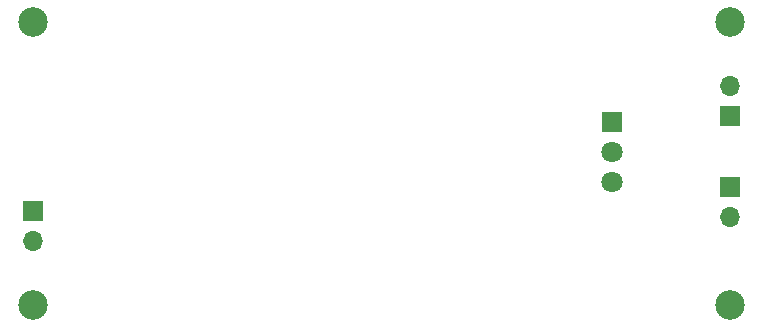
<source format=gbr>
%TF.GenerationSoftware,KiCad,Pcbnew,6.0.8-f2edbf62ab~116~ubuntu22.04.1*%
%TF.CreationDate,2022-10-16T01:51:03-07:00*%
%TF.ProjectId,bracelet-pcb,62726163-656c-4657-942d-7063622e6b69,rev?*%
%TF.SameCoordinates,Original*%
%TF.FileFunction,Soldermask,Bot*%
%TF.FilePolarity,Negative*%
%FSLAX46Y46*%
G04 Gerber Fmt 4.6, Leading zero omitted, Abs format (unit mm)*
G04 Created by KiCad (PCBNEW 6.0.8-f2edbf62ab~116~ubuntu22.04.1) date 2022-10-16 01:51:03*
%MOMM*%
%LPD*%
G01*
G04 APERTURE LIST*
%ADD10C,2.500000*%
%ADD11O,1.700000X1.700000*%
%ADD12R,1.700000X1.700000*%
%ADD13R,1.800000X1.800000*%
%ADD14C,1.800000*%
G04 APERTURE END LIST*
D10*
%TO.C,H4*%
X157000000Y-127000000D03*
%TD*%
%TO.C,H3*%
X157000000Y-103000000D03*
%TD*%
%TO.C,H2*%
X98000000Y-103000000D03*
%TD*%
%TO.C,H1*%
X98000000Y-127000000D03*
%TD*%
D11*
%TO.C,J3*%
X157000000Y-108460000D03*
D12*
X157000000Y-111000000D03*
%TD*%
D11*
%TO.C,J2*%
X157000000Y-119540000D03*
D12*
X157000000Y-117000000D03*
%TD*%
%TO.C,J1*%
X98000000Y-119000000D03*
D11*
X98000000Y-121540000D03*
%TD*%
D13*
%TO.C,D1*%
X147000000Y-111450000D03*
D14*
X147000000Y-113990000D03*
X147000000Y-116530000D03*
%TD*%
M02*

</source>
